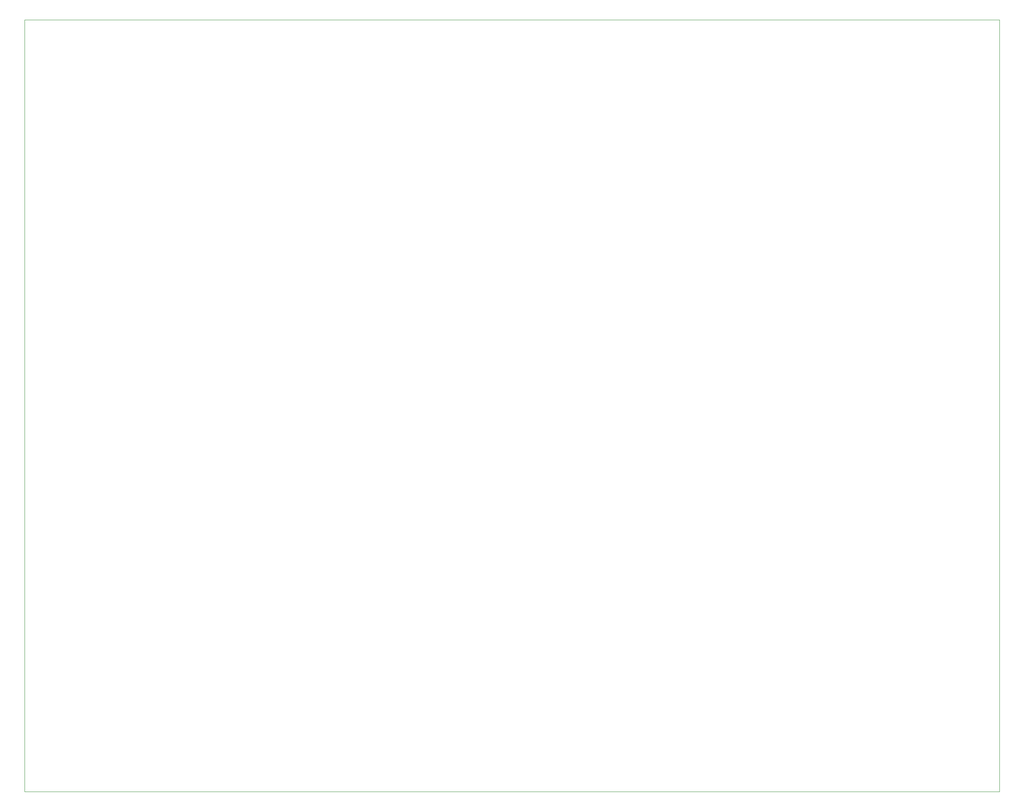
<source format=gbr>
%TF.GenerationSoftware,KiCad,Pcbnew,(7.0.0)*%
%TF.CreationDate,2023-06-01T08:47:22-06:00*%
%TF.ProjectId,ENCE 3231 final project,454e4345-2033-4323-9331-2066696e616c,rev?*%
%TF.SameCoordinates,Original*%
%TF.FileFunction,Profile,NP*%
%FSLAX46Y46*%
G04 Gerber Fmt 4.6, Leading zero omitted, Abs format (unit mm)*
G04 Created by KiCad (PCBNEW (7.0.0)) date 2023-06-01 08:47:22*
%MOMM*%
%LPD*%
G01*
G04 APERTURE LIST*
%TA.AperFunction,Profile*%
%ADD10C,0.100000*%
%TD*%
G04 APERTURE END LIST*
D10*
X20320000Y-25400000D02*
X228600000Y-25400000D01*
X228600000Y-25400000D02*
X228600000Y-190500000D01*
X228600000Y-190500000D02*
X20320000Y-190500000D01*
X20320000Y-190500000D02*
X20320000Y-25400000D01*
M02*

</source>
